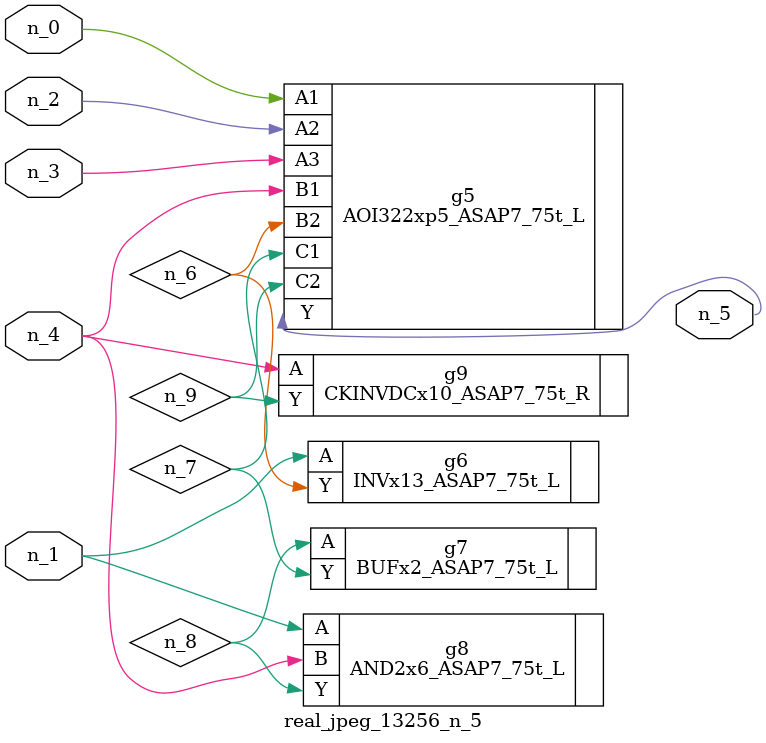
<source format=v>
module real_jpeg_13256_n_5 (n_4, n_0, n_1, n_2, n_3, n_5);

input n_4;
input n_0;
input n_1;
input n_2;
input n_3;

output n_5;

wire n_8;
wire n_6;
wire n_7;
wire n_9;

AOI322xp5_ASAP7_75t_L g5 ( 
.A1(n_0),
.A2(n_2),
.A3(n_3),
.B1(n_4),
.B2(n_6),
.C1(n_7),
.C2(n_9),
.Y(n_5)
);

INVx13_ASAP7_75t_L g6 ( 
.A(n_1),
.Y(n_6)
);

AND2x6_ASAP7_75t_L g8 ( 
.A(n_1),
.B(n_4),
.Y(n_8)
);

CKINVDCx10_ASAP7_75t_R g9 ( 
.A(n_4),
.Y(n_9)
);

BUFx2_ASAP7_75t_L g7 ( 
.A(n_8),
.Y(n_7)
);


endmodule
</source>
